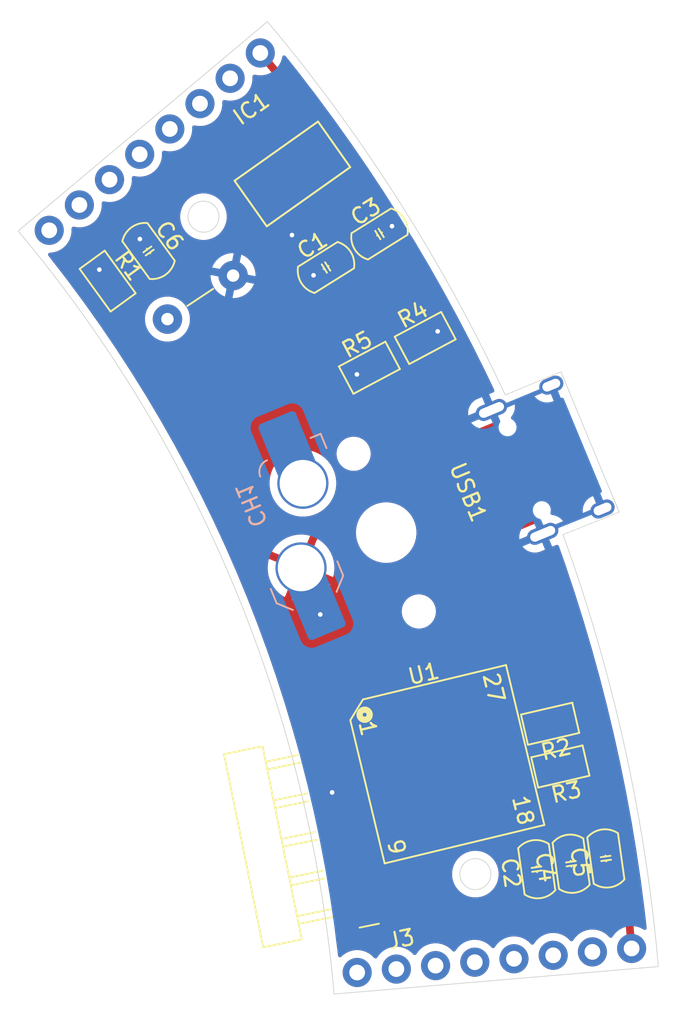
<source format=kicad_pcb>
(kicad_pcb (version 20241229) (generator "pcbnew") (generator_version "9.0")
  (layers (0 "F.Cu" signal) (2 "B.Cu" signal) (13 "F.Paste" user) (15 "B.Paste" user) (5 "F.SilkS" user "F.Silkscreen") (7 "B.SilkS" user "B.Silkscreen") (1 "F.Mask" user) (3 "B.Mask" user) (25 "Edge.Cuts" user))
  (net 0 "")
  (net 1 "/BTN2")
  (net 2 "/BTN8")
  (net 3 "/BTN6")
  (net 4 "/BTN5")
  (net 5 "/BTN3")
  (net 6 "+3.3V")
  (net 7 "/BTN7")
  (net 8 "/BTN4")
  (net 9 "/BTN1")
  (net 10 "GND")
  (net 12 "5V")
  (net 13 "/RST")
  (net 14 "/SWCLK")
  (net 15 "/SWDIO")
  (net 16 "Net-(JMP_BTN1-A)")
  (net 17 "Net-(U1-PB8-BOOT0)")
  (net 19 "Net-(U1-PA12)")
  (net 20 "Net-(U1-PA11)")
  (net 21 "Net-(USB1-CC2)")
  (net 22 "Net-(USB1-CC1)")
  (net 36 "/D+")
  (net 37 "/D-")
  (footprint "PCM_SparkFun-Jumper:Jumper_2_NO_NoSilk" (layer "F.Cu") (at 240.846615 47.580293 30)
    (property "Reference" "JMP_BTN2")
    (property "Value" "~")
    (pad "1" smd rect (at -0.4064 0 30) (size 0.635 1.27) (layers "F.Cu" "F.Mask") (net 1 "/BTN2"))
    (pad "2" smd rect (at 0.4064 0 30) (size 0.635 1.27) (layers "F.Cu" "F.Mask") (net 16 "Net-(JMP_BTN1-A)"))
  )
  (footprint "PCM_Capacitor_SMD_Handsoldering_AKL:C_0805_2012Metric" (layer "F.Cu") (at 226.186429 44.376032 -54)
    (property "Reference" "C6" (at 0 -1.68 126) (layer "F.SilkS"))
    (property "Value" "100uF" (hide yes))
    (fp_line (start -1.5 1) (end 1.5 1) (stroke (width 0.12)) (layer "F.SilkS"))
    (fp_line (start 0.127 0.3175) (end 0.127 -0.317501) (stroke (width 0.12)) (layer "F.SilkS"))
    (fp_line (start -0.127 0) (end -0.1905 0) (stroke (width 0.12)) (layer "F.SilkS"))
    (fp_line (start 0.127 0) (end 0.1905 0) (stroke (width 0.12)) (layer "F.SilkS"))
    (fp_line (start -0.127 -0.3175) (end -0.127 0.317501) (stroke (width 0.12)) (layer "F.SilkS"))
    (fp_line (start 1.5 -1) (end -1.5 -1) (stroke (width 0.12)) (layer "F.SilkS"))
    (fp_arc (start -1.5 1) (mid -1.880894 0) (end -1.5 -1) (stroke (width 0.12)) (layer "F.SilkS"))
    (fp_arc (start 1.5 -1) (mid 1.880894 0) (end 1.5 1) (stroke (width 0.12)) (layer "F.SilkS"))
    (pad "1" smd roundrect (at -0.95 0 306) (size 1 1.45) (layers "F.Cu" "F.Mask" "F.Paste") (net 10 "GND"))
    (pad "2" smd roundrect (at 0.95 0 306) (size 1 1.45) (layers "F.Cu" "F.Mask" "F.Paste") (net 13 "/RST"))
  )
  (footprint "PCM_Resistor_SMD_AKL:R_0805_2012Metric" (layer "F.Cu") (at 223.546269 46.315123 -54)
    (property "Reference" "R1" (at 0 -1.7 126) (layer "F.SilkS"))
    (property "Value" "10k" (hide yes))
    (fp_line (start -1.7 1) (end 1.7 1) (stroke (width 0.12)) (layer "F.SilkS"))
    (fp_line (start -1.7 -1) (end -1.7 1) (stroke (width 0.12)) (layer "F.SilkS"))
    (fp_line (start 1.7 1) (end 1.7 -1) (stroke (width 0.12)) (layer "F.SilkS"))
    (fp_line (start 1.7 -1) (end -1.7 -1) (stroke (width 0.12)) (layer "F.SilkS"))
    (pad "1" smd roundrect (at -0.9125 0 306) (size 1.025 1.4) (layers "F.Cu" "F.Mask" "F.Paste") (roundrect_rratio 0.243902) (net 10 "GND"))
    (pad "2" smd roundrect (at 0.9125 0 306) (size 1.025 1.4) (layers "F.Cu" "F.Mask" "F.Paste") (roundrect_rratio 0.243902) (net 17 "Net-(U1-PB8-BOOT0)"))
  )
  (footprint "PCM_Resistor_SMD_AKL:R_0805_2012Metric" (layer "F.Cu") (at 252.764902 77.596648 -167)
    (property "Reference" "R3" (at 0 -1.7 13) (layer "F.SilkS"))
    (property "Value" "22" (hide yes))
    (fp_line (start 1.7 1) (end 1.7 -1) (stroke (width 0.12)) (layer "F.SilkS"))
    (fp_line (start 1.7 -1) (end -1.7 -1) (stroke (width 0.12)) (layer "F.SilkS"))
    (fp_line (start -1.7 1) (end 1.7 1) (stroke (width 0.12)) (layer "F.SilkS"))
    (fp_line (start -1.7 -1) (end -1.7 1) (stroke (width 0.12)) (layer "F.SilkS"))
    (pad "1" smd roundrect (at -0.9125 0 193) (size 1.025 1.4) (layers "F.Cu" "F.Mask" "F.Paste") (roundrect_rratio 0.243902) (net 37 "/D-"))
    (pad "2" smd roundrect (at 0.9125 0 193) (size 1.025 1.4) (layers "F.Cu" "F.Mask" "F.Paste") (roundrect_rratio 0.243902) (net 20 "Net-(U1-PA11)"))
  )
  (footprint "PCM_Capacitor_SMD_Handsoldering_AKL:C_0805_2012Metric" (layer "F.Cu") (at 241.092011 43.280011 32)
    (property "Reference" "C3" (at 0 -1.68 32) (layer "F.SilkS"))
    (property "Value" "1uF" (hide yes))
    (fp_line (start -1.5 1) (end 1.5 1) (stroke (width 0.12)) (layer "F.SilkS"))
    (fp_line (start -0.126999 -0.3175) (end -0.127 0.3175) (stroke (width 0.12)) (layer "F.SilkS"))
    (fp_line (start -0.127 0) (end -0.1905 0) (stroke (width 0.12)) (layer "F.SilkS"))
    (fp_line (start 0.127 0) (end 0.1905 0) (stroke (width 0.12)) (layer "F.SilkS"))
    (fp_line (start 0.126999 0.3175) (end 0.127 -0.3175) (stroke (width 0.12)) (layer "F.SilkS"))
    (fp_line (start 1.5 -1) (end -1.5 -1) (stroke (width 0.12)) (layer "F.SilkS"))
    (fp_arc (start -1.5 1) (mid -1.880894 0) (end -1.5 -1) (stroke (width 0.12)) (layer "F.SilkS"))
    (fp_arc (start 1.5 -1) (mid 1.880894 0) (end 1.5 1) (stroke (width 0.12)) (layer "F.SilkS"))
    (pad "1" smd roundrect (at -0.95 0 32) (size 1 1.45) (layers "F.Cu" "F.Mask" "F.Paste") (net 12 "5V"))
    (pad "2" smd roundrect (at 0.95 0 32) (size 1 1.45) (layers "F.Cu" "F.Mask" "F.Paste") (net 10 "GND"))
  )
  (footprint "extern:HRO-TYPE-C-31-M-12-HandSoldering" (layer "F.Cu") (at 256.234369 56.015814 112.5)
    (property "Reference" "USB1" (at -0.000001 -10.2 112.5) (layer "F.SilkS"))
    (property "Value" "HRO-TYPE-C-31-M-12")
    (pad "" np_thru_hole circle (at -2.89 -6.25 112.5) (size 0.65 0.65) (drill 0.65) (layers "*.Cu" "*.Mask"))
    (pad "" np_thru_hole circle (at 2.89 -6.25 112.5) (size 0.65 0.65) (drill 0.65) (layers "*.Cu" "*.Mask"))
    (pad "1" smd rect (at -3.225 -8.195 112.5) (size 0.6 2.45) (layers "F.Cu" "F.Mask" "F.Paste") (net 10 "GND"))
    (pad "2" smd rect (at -2.450001 -8.195 112.5) (size 0.6 2.45) (layers "F.Cu" "F.Mask" "F.Paste") (net 12 "5V"))
    (pad "3" smd rect (at -1.75 -8.195 112.5) (size 0.3 2.45) (layers "F.Cu" "F.Mask" "F.Paste"))
    (pad "4" smd rect (at -1.250001 -8.195 112.5) (size 0.3 2.45) (layers "F.Cu" "F.Mask" "F.Paste") (net 22 "Net-(USB1-CC1)"))
    (pad "5" smd rect (at -0.75 -8.195 112.5) (size 0.3 2.45) (layers "F.Cu" "F.Mask" "F.Paste") (net 37 "/D-"))
    (pad "6" smd rect (at -0.25 -8.194999 112.5) (size 0.3 2.45) (layers "F.Cu" "F.Mask" "F.Paste") (net 36 "/D+"))
    (pad "7" smd rect (at 0.250001 -8.195 112.5) (size 0.3 2.45) (layers "F.Cu" "F.Mask" "F.Paste") (net 37 "/D-"))
    (pad "8" smd rect (at 0.75 -8.195 112.5) (size 0.3 2.45) (layers "F.Cu" "F.Mask" "F.Paste") (net 36 "/D+"))
    (pad "9" smd rect (at 1.25 -8.195001 112.5) (size 0.3 2.45) (layers "F.Cu" "F.Mask" "F.Paste"))
    (pad "10" smd rect (at 1.750001 -8.195 112.5) (size 0.3 2.45) (layers "F.Cu" "F.Mask" "F.Paste") (net 21 "Net-(USB1-CC2)"))
    (pad "11" smd rect (at 2.450001 -8.195 112.5) (size 0.6 2.45) (layers "F.Cu" "F.Mask" "F.Paste") (net 12 "5V"))
    (pad "12" smd rect (at 3.224999 -8.195 112.5) (size 0.6 2.45) (layers "F.Cu" "F.Mask" "F.Paste") (net 10 "GND"))
    (pad "13" thru_hole oval (at -4.320001 -2.6 112.5) (size 1 1.6) (drill oval 0.6 1.2) (layers "*.Cu" "B.Mask") (net 10 "GND"))
    (pad "13" thru_hole oval (at -4.32 -6.78 112.5) (size 1 2.1) (drill oval 0.6 1.7) (layers "*.Cu" "B.Mask") (net 10 "GND"))
    (pad "13" thru_hole oval (at 4.32 -6.78 112.5) (size 1 2.1) (drill oval 0.6 1.7) (layers "*.Cu" "B.Mask") (net 10 "GND"))
    (pad "13" thru_hole oval (at 4.32 -2.6 112.5) (size 1 1.6) (drill oval 0.6 1.2) (layers "*.Cu" "B.Mask") (net 10 "GND"))
  )
  (footprint "PCM_Capacitor_SMD_Handsoldering_AKL:C_0805_2012Metric" (layer "F.Cu") (at 253.460031 83.863026 98)
    (property "Reference" "C4" (at 0 -1.68 98) (layer "F.SilkS"))
    (property "Value" "100uF" (hide yes))
    (fp_line (start 1.5 -1) (end -1.5 -1) (stroke (width 0.12)) (layer "F.SilkS"))
    (fp_line (start -0.127001 -0.3175) (end -0.127 0.3175) (stroke (width 0.12)) (layer "F.SilkS"))
    (fp_line (start 0.127 0) (end 0.1905 0) (stroke (width 0.12)) (layer "F.SilkS"))
    (fp_line (start -0.127 0) (end -0.1905 0) (stroke (width 0.12)) (layer "F.SilkS"))
    (fp_line (start 0.127001 0.3175) (end 0.127 -0.3175) (stroke (width 0.12)) (layer "F.SilkS"))
    (fp_line (start -1.5 1) (end 1.5 1) (stroke (width 0.12)) (layer "F.SilkS"))
    (fp_arc (start 1.5 -1) (mid 1.880894 0) (end 1.5 1) (stroke (width 0.12)) (layer "F.SilkS"))
    (fp_arc (start -1.5 1) (mid -1.880894 0) (end -1.5 -1) (stroke (width 0.12)) (layer "F.SilkS"))
    (pad "1" smd roundrect (at -0.95 0 98) (size 1 1.45) (layers "F.Cu" "F.Mask" "F.Paste") (net 10 "GND"))
    (pad "2" smd roundrect (at 0.95 0 98) (size 1 1.45) (layers "F.Cu" "F.Mask" "F.Paste") (net 6 "+3.3V"))
  )
  (footprint "PCM_SparkFun-Jumper:Jumper_2_NO_NoSilk" (layer "F.Cu") (at 235.30876 50.761786 30)
    (property "Reference" "JMP_BTN5")
    (property "Value" "~")
    (pad "1" smd rect (at -0.4064 0 30) (size 0.635 1.27) (layers "F.Cu" "F.Mask") (net 4 "/BTN5"))
    (pad "2" smd rect (at 0.4064 0 30) (size 0.635 1.27) (layers "F.Cu" "F.Mask") (net 16 "Net-(JMP_BTN1-A)"))
  )
  (footprint "PCM_Package_QFP_AKL:LQFP-36_7x7mm_P0.65mm" (layer "F.Cu") (at 245.339903 77.450515 13.5)
    (property "Reference" "U1" (at 0 -5.993 13.5) (layer "F.SilkS"))
    (property "Value" "~" (hide yes))
    (fp_line (start -5.3 -4.191) (end -4.191 -5.3) (stroke (width 0.12)) (layer "F.SilkS"))
    (fp_line (start -4.191 -5.3) (end 5.3 -5.3) (stroke (width 0.12)) (layer "F.SilkS"))
    (fp_line (start -5.3 5.3) (end -5.3 -4.191) (stroke (width 0.12)) (layer "F.SilkS"))
    (fp_line (start 5.3 -5.3) (end 5.3 5.3) (stroke (width 0.12)) (layer "F.SilkS"))
    (fp_line (start 5.3 5.3) (end -5.3 5.3) (stroke (width 0.12)) (layer "F.SilkS"))
    (fp_circle (center -4.318 -4.318) (end -4.191 -4.318) (stroke (width 0.4)) (fill no) (layer "F.SilkS"))
    (fp_text user "1" (at -4.318 -3.429 283.5) (layer "F.SilkS"))
    (fp_text user "18" (at 4.191 4.064 283.5) (layer "F.SilkS"))
    (fp_text user "27" (at 4.191 -4.064 283.5) (layer "F.SilkS"))
    (fp_text user "9" (at -4.318 4.445 283.5) (layer "F.SilkS"))
    (pad "1" smd roundrect (at -4.2125 -2.6 13.5) (size 1.475 0.4) (layers "F.Cu" "F.Mask" "F.Paste") (net 6 "+3.3V"))
    (pad "2" smd roundrect (at -4.2125 -1.95 13.5) (size 1.475 0.4) (layers "F.Cu" "F.Mask" "F.Paste"))
    (pad "3" smd roundrect (at -4.2125 -1.3 13.5) (size 1.475 0.4) (layers "F.Cu" "F.Mask" "F.Paste"))
    (pad "4" smd roundrect (at -4.2125 -0.65 13.5) (size 1.475 0.4) (layers "F.Cu" "F.Mask" "F.Paste") (net 13 "/RST"))
    (pad "5" smd roundrect (at -4.2125 0 13.5) (size 1.475 0.4) (layers "F.Cu" "F.Mask" "F.Paste") (net 6 "+3.3V"))
    (pad "6" smd roundrect (at -4.2125 0.65 13.5) (size 1.475 0.4) (layers "F.Cu" "F.Mask" "F.Paste") (net 9 "/BTN1"))
    (pad "7" smd roundrect (at -4.2125 1.3 13.5) (size 1.475 0.4) (layers "F.Cu" "F.Mask" "F.Paste") (net 1 "/BTN2"))
    (pad "8" smd roundrect (at -4.2125 1.95 13.5) (size 1.475 0.4) (layers "F.Cu" "F.Mask" "F.Paste") (net 5 "/BTN3"))
    (pad "9" smd roundrect (at -4.2125 2.6 13.5) (size 1.475 0.4) (layers "F.Cu" "F.Mask" "F.Paste") (net 8 "/BTN4"))
    (pad "10" smd roundrect (at -2.6 4.2125 13.5) (size 0.4 1.475) (layers "F.Cu" "F.Mask" "F.Paste") (net 4 "/BTN5"))
    (pad "11" smd roundrect (at -1.95 4.2125 13.5) (size 0.4 1.475) (layers "F.Cu" "F.Mask" "F.Paste") (net 3 "/BTN6"))
    (pad "12" smd roundrect (at -1.3 4.2125 13.5) (size 0.4 1.475) (layers "F.Cu" "F.Mask" "F.Paste") (net 7 "/BTN7"))
    (pad "13" smd roundrect (at -0.65 4.2125 13.5) (size 0.4 1.475) (layers "F.Cu" "F.Mask" "F.Paste") (net 2 "/BTN8"))
    (pad "14" smd roundrect (at 0 4.2125 13.5) (size 0.4 1.475) (layers "F.Cu" "F.Mask" "F.Paste"))
    (pad "15" smd roundrect (at 0.65 4.2125 13.5) (size 0.4 1.475) (layers "F.Cu" "F.Mask" "F.Paste"))
    (pad "16" smd roundrect (at 1.3 4.2125 13.5) (size 0.4 1.475) (layers "F.Cu" "F.Mask" "F.Paste") (net 10 "GND"))
    (pad "17" smd roundrect (at 1.95 4.2125 13.5) (size 0.4 1.475) (layers "F.Cu" "F.Mask" "F.Paste") (net 6 "+3.3V"))
    (pad "18" smd roundrect (at 2.6 4.2125 13.5) (size 0.4 1.475) (layers "F.Cu" "F.Mask" "F.Paste"))
    (pad "19" smd roundrect (at 4.2125 2.6 13.5) (size 1.475 0.4) (layers "F.Cu" "F.Mask" "F.Paste"))
    (pad "20" smd roundrect (at 4.2125 1.95 13.5) (size 1.475 0.4) (layers "F.Cu" "F.Mask" "F.Paste"))
    (pad "21" smd roundrect (at 4.2125 1.3 13.5) (size 1.475 0.4) (layers "F.Cu" "F.Mask" "F.Paste") (net 20 "Net-(U1-PA11)"))
    (pad "22" smd roundrect (at 4.2125 0.65 13.5) (size 1.475 0.4) (layers "F.Cu" "F.Mask" "F.Paste") (net 19 "Net-(U1-PA12)"))
    (pad "23" smd roundrect (at 4.2125 0 13.5) (size 1.475 0.4) (layers "F.Cu" "F.Mask" "F.Paste") (net 15 "/SWDIO"))
    (pad "24" smd roundrect (at 4.2125 -0.65 13.5) (size 1.475 0.4) (layers "F.Cu" "F.Mask" "F.Paste") (net 14 "/SWCLK"))
    (pad "25" smd roundrect (at 4.2125 -1.3 13.5) (size 1.475 0.4) (layers "F.Cu" "F.Mask" "F.Paste"))
    (pad "26" smd roundrect (at 4.2125 -1.95 13.5) (size 1.475 0.4) (layers "F.Cu" "F.Mask" "F.Paste"))
    (pad "27" smd roundrect (at 4.2125 -2.6 13.5) (size 1.475 0.4) (layers "F.Cu" "F.Mask" "F.Paste"))
    (pad "28" smd roundrect (at 2.6 -4.2125 13.5) (size 0.4 1.475) (layers "F.Cu" "F.Mask" "F.Paste"))
    (pad "29" smd roundrect (at 1.95 -4.2125 13.5) (size 0.4 1.475) (layers "F.Cu" "F.Mask" "F.Paste"))
    (pad "30" smd roundrect (at 1.3 -4.2125 13.5) (size 0.4 1.475) (layers "F.Cu" "F.Mask" "F.Paste"))
    (pad "31" smd roundrect (at 0.65 -4.2125 13.5) (size 0.4 1.475) (layers "F.Cu" "F.Mask" "F.Paste") (net 17 "Net-(U1-PB8-BOOT0)"))
    (pad "32" smd roundrect (at 0 -4.2125 13.5) (size 0.4 1.475) (layers "F.Cu" "F.Mask" "F.Paste") (net 10 "GND"))
    (pad "33" smd roundrect (at -0.65 -4.2125 13.5) (size 0.4 1.475) (layers "F.Cu" "F.Mask" "F.Paste"))
    (pad "34" smd roundrect (at -1.3 -4.2125 13.5) (size 0.4 1.475) (layers "F.Cu" "F.Mask" "F.Paste"))
    (pad "35" smd roundrect (at -1.95 -4.2125 13.5) (size 0.4 1.475) (layers "F.Cu" "F.Mask" "F.Paste"))
    (pad "36" smd roundrect (at -2.6 -4.2125 13.5) (size 0.4 1.475) (layers "F.Cu" "F.Mask" "F.Paste"))
  )
  (footprint "PCM_Capacitor_SMD_Handsoldering_AKL:C_0805_2012Metric" (layer "F.Cu") (at 251.237793 84.214951 98)
    (property "Reference" "C2" (at 0 -1.68 98) (layer "F.SilkS"))
    (property "Value" "100uF" (hide yes))
    (fp_line (start 1.5 -1) (end -1.5 -1) (stroke (width 0.12)) (layer "F.SilkS"))
    (fp_line (start -0.127001 -0.3175) (end -0.127 0.3175) (stroke (width 0.12)) (layer "F.SilkS"))
    (fp_line (start 0.127 0) (end 0.1905 0) (stroke (width 0.12)) (layer "F.SilkS"))
    (fp_line (start -0.127 0) (end -0.1905 0) (stroke (width 0.12)) (layer "F.SilkS"))
    (fp_line (start 0.127001 0.3175) (end 0.127 -0.3175) (stroke (width 0.12)) (layer "F.SilkS"))
    (fp_line (start -1.5 1) (end 1.5 1) (stroke (width 0.12)) (layer "F.SilkS"))
    (fp_arc (start 1.5 -1) (mid 1.880894 0) (end 1.5 1) (stroke (width 0.12)) (layer "F.SilkS"))
    (fp_arc (start -1.5 1) (mid -1.880894 0) (end -1.5 -1) (stroke (width 0.12)) (layer "F.SilkS"))
    (pad "1" smd roundrect (at -0.95 0 98) (size 1 1.45) (layers "F.Cu" "F.Mask" "F.Paste") (net 10 "GND"))
    (pad "2" smd roundrect (at 0.95 0 98) (size 1 1.45) (layers "F.Cu" "F.Mask" "F.Paste") (net 6 "+3.3V"))
  )
  (footprint "PCM_SL_Jumpers:JUP_P5.08mm" (layer "F.Cu") (at 229.524921 47.362592 33.5)
    (property "Reference" "JP1" (hide yes))
    (property "Value" "JUP_P5.08mm")
    (fp_line (start -1 0) (end 1 0) (stroke (width 0.12)) (layer "F.SilkS"))
    (pad "1" thru_hole circle (at -2.54 0 33.5) (size 1.9 1.9) (drill 0.8) (layers "*.Cu" "*.Mask") (net 13 "/RST"))
    (pad "2" thru_hole circle (at 2.54 0 33.5) (size 1.9 1.9) (drill 0.8) (layers "*.Cu" "*.Mask") (net 10 "GND"))
  )
  (footprint "PCM_4ms_Package_SOT:SOT223" (layer "F.Cu") (at 235.47 39.41 35.3)
    (property "Reference" "IC1" (at -1.05 -4.38 35.3) (layer "F.SilkS") (effects (justify left bottom)))
    (property "Value" "LD1117-3.3V-SOT223" (hide yes))
    (fp_line (start -3.3 -1.800001) (end -3.3 1.8) (stroke (width 0.127)) (layer "F.SilkS"))
    (fp_line (start -3.3 1.8) (end 3.3 1.800001) (stroke (width 0.127)) (layer "F.SilkS"))
    (fp_line (start 3.3 -1.8) (end -3.3 -1.800001) (stroke (width 0.127)) (layer "F.SilkS"))
    (fp_line (start 3.3 1.800001) (end 3.3 -1.8) (stroke (width 0.127)) (layer "F.SilkS"))
    (pad "1" smd rect (at -2.3 3.2 35.3) (size 1.2 1.5) (layers "F.Cu" "F.Mask" "F.Paste") (net 10 "GND"))
    (pad "2" smd rect (at 0 3.2 35.3) (size 1.2 1.5) (layers "F.Cu" "F.Mask" "F.Paste") (net 6 "+3.3V"))
    (pad "2B" smd rect (at 0 -3.2 35.3) (size 3.3 1.5) (layers "F.Cu" "F.Mask" "F.Paste"))
    (pad "3" smd rect (at 2.2 3.2 35.3) (size 1.2 1.5) (layers "F.Cu" "F.Mask" "F.Paste") (net 12 "5V"))
  )
  (footprint "PCM_SparkFun-Connector:1x08_P2.54mm" (layer "F.Cu") (at 233.397179 31.614381 -140)
    (property "Reference" "J1")
    (property "Value" "Input")
    (pad "1" thru_hole circle (at 0 0 310) (size 1.8796 1.8796) (drill 1.016) (layers "*.Cu" "*.Mask") (net 6 "+3.3V"))
    (pad "2" thru_hole circle (at 2.54 0 310) (size 1.8796 1.8796) (drill 1.016) (layers "*.Cu" "*.Mask") (net 1 "/BTN2"))
    (pad "3" thru_hole circle (at 5.08 0 310) (size 1.8796 1.8796) (drill 1.016) (layers "*.Cu" "*.Mask") (net 5 "/BTN3"))
    (pad "4" thru_hole circle (at 7.620001 0 310) (size 1.8796 1.8796) (drill 1.016) (layers "*.Cu" "*.Mask") (net 8 "/BTN4"))
    (pad "5" thru_hole circle (at 10.16 0 310) (size 1.8796 1.8796) (drill 1.016) (layers "*.Cu" "*.Mask") (net 4 "/BTN5"))
    (pad "6" thru_hole circle (at 12.7 -0.000001 310) (size 1.8796 1.8796) (drill 1.016) (layers "*.Cu" "*.Mask") (net 3 "/BTN6"))
    (pad "7" thru_hole circle (at 15.24 0 310) (size 1.8796 1.8796) (drill 1.016) (layers "*.Cu" "*.Mask") (net 7 "/BTN7"))
    (pad "8" thru_hole circle (at 17.78 0 310) (size 1.8796 1.8796) (drill 1.016) (layers "*.Cu" "*.Mask") (net 2 "/BTN8"))
  )
  (footprint "PCM_Resistor_SMD_AKL:R_0805_2012Metric" (layer "F.Cu") (at 240.44 51.9 28)
    (property "Reference" "R5" (at 0 -1.7 28) (layer "F.SilkS"))
    (property "Value" "5.1k" (hide yes))
    (fp_line (start -1.7 -1) (end -1.7 1) (stroke (width 0.12)) (layer "F.SilkS"))
    (fp_line (start -1.7 1) (end 1.7 1) (stroke (width 0.12)) (layer "F.SilkS"))
    (fp_line (start 1.7 -1) (end -1.7 -1) (stroke (width 0.12)) (layer "F.SilkS"))
    (fp_line (start 1.7 1) (end 1.7 -1) (stroke (width 0.12)) (layer "F.SilkS"))
    (pad "1" smd roundrect (at -0.9125 0 28) (size 1.025 1.4) (layers "F.Cu" "F.Mask" "F.Paste") (roundrect_rratio 0.243902) (net 10 "GND"))
    (pad "2" smd roundrect (at 0.9125 0 28) (size 1.025 1.4) (layers "F.Cu" "F.Mask" "F.Paste") (roundrect_rratio 0.243902) (net 22 "Net-(USB1-CC1)"))
  )
  (footprint "PCM_Resistor_SMD_AKL:R_0805_2012Metric" (layer "F.Cu") (at 252.102431 74.840852 -167)
    (property "Reference" "R2" (at 0 -1.7 13) (layer "F.SilkS"))
    (property "Value" "22" (hide yes))
    (fp_line (start 1.7 1) (end 1.7 -1) (stroke (width 0.12)) (layer "F.SilkS"))
    (fp_line (start 1.7 -1) (end -1.7 -1) (stroke (width 0.12)) (layer "F.SilkS"))
    (fp_line (start -1.7 1) (end 1.7 1) (stroke (width 0.12)) (layer "F.SilkS"))
    (fp_line (start -1.7 -1) (end -1.7 1) (stroke (width 0.12)) (layer "F.SilkS"))
    (pad "1" smd roundrect (at -0.9125 0 193) (size 1.025 1.4) (layers "F.Cu" "F.Mask" "F.Paste") (roundrect_rratio 0.243902) (net 36 "/D+"))
    (pad "2" smd roundrect (at 0.9125 0 193) (size 1.025 1.4) (layers "F.Cu" "F.Mask" "F.Paste") (roundrect_rratio 0.243902) (net 19 "Net-(U1-PA12)"))
  )
  (footprint "PCM_SparkFun-Jumper:Jumper_2_NO_NoSilk" (layer "F.Cu") (at 239.027506 48.613278 30)
    (property "Reference" "JMP_BTN3")
    (property "Value" "~")
    (pad "1" smd rect (at -0.4064 0 30) (size 0.635 1.27) (layers "F.Cu" "F.Mask") (net 5 "/BTN3"))
    (pad "2" smd rect (at 0.4064 0 30) (size 0.635 1.27) (layers "F.Cu" "F.Mask") (net 16 "Net-(JMP_BTN1-A)"))
  )
  (footprint "PCM_Resistor_SMD_AKL:R_0805_2012Metric" (layer "F.Cu") (at 244.039788 49.982841 28)
    (property "Reference" "R4" (at 0 -1.7 28) (layer "F.SilkS"))
    (property "Value" "5.1k" (hide yes))
    (fp_line (start -1.7 -1) (end -1.7 1) (stroke (width 0.12)) (layer "F.SilkS"))
    (fp_line (start -1.7 1) (end 1.7 1) (stroke (width 0.12)) (layer "F.SilkS"))
    (fp_line (start 1.7 -1) (end -1.7 -1) (stroke (width 0.12)) (layer "F.SilkS"))
    (fp_line (start 1.7 1) (end 1.7 -1) (stroke (width 0.12)) (layer "F.SilkS"))
    (pad "1" smd roundrect (at -0.9125 0 28) (size 1.025 1.4) (layers "F.Cu" "F.Mask" "F.Paste") (roundrect_rratio 0.243902) (net 21 "Net-(USB1-CC2)"))
    (pad "2" smd roundrect (at 0.9125 0 28) (size 1.025 1.4) (layers "F.Cu" "F.Mask" "F.Paste") (roundrect_rratio 0.243902) (net 10 "GND"))
  )
  (footprint "PCM_fab:PinHeader_01x05_P2.54mm_Horizontal_SMD" (layer "F.Cu") (at 239.555 86.735 -168.5)
    (property "Reference" "J3" (at -1.524 -2.54 11.5) (layer "F.SilkS") (effects (justify left)))
    (property "Value" "PinHeader_01x05_P2.54mm_Horizontal_SMD")
    (fp_line (start 6.35 11.43) (end 3.81 11.430001) (stroke (width 0.12)) (layer "F.SilkS"))
    (fp_line (start 3.81 11.430001) (end 3.81 -1.270001) (stroke (width 0.12)) (layer "F.SilkS"))
    (fp_line (start 6.349999 -1.27) (end 6.35 11.43) (stroke (width 0.12)) (layer "F.SilkS"))
    (fp_line (start 3.81 10.414) (end 1.600001 10.414) (stroke (width 0.12)) (layer "F.SilkS"))
    (fp_line (start 3.81 9.906) (end 1.6 9.906001) (stroke (width 0.12)) (layer "F.SilkS"))
    (fp_line (start 3.81 7.874001) (end 1.599999 7.873999) (stroke (width 0.12)) (layer "F.SilkS"))
    (fp_line (start 3.810001 7.366) (end 1.6 7.365999) (stroke (width 0.12)) (layer "F.SilkS"))
    (fp_line (start 3.81 5.334001) (end 1.6 5.334) (stroke (width 0.12)) (layer "F.SilkS"))
    (fp_line (start 3.81 4.826) (end 1.6 4.826) (stroke (width 0.12)) (layer "F.SilkS"))
    (fp_line (start 3.81 2.794) (end 1.599999 2.794) (stroke (width 0.12)) (layer "F.SilkS"))
    (fp_line (start 3.810001 2.286) (end 1.6 2.286) (stroke (width 0.12)) (layer "F.SilkS"))
    (fp_line (start 3.809999 0.254) (end 1.6 0.254) (stroke (width 0.12)) (layer "F.SilkS"))
    (fp_line (start 3.809999 -0.253999) (end 1.600001 -0.254) (stroke (width 0.12)) (layer "F.SilkS"))
    (fp_line (start 3.81 -1.270001) (end 6.349999 -1.27) (stroke (width 0.12)) (layer "F.SilkS"))
    (fp_line (start -1.269999 -1.270001) (end 0 -1.270001) (stroke (width 0.12)) (layer "F.SilkS"))
    (pad "1" smd rect (at 0 0 191.5) (size 2.5 1.7) (layers "F.Cu" "F.Mask" "F.Paste") (net 13 "/RST"))
    (pad "2" smd rect (at 0 2.54 191.5) (size 2.5 1.7) (layers "F.Cu" "F.Mask" "F.Paste") (net 15 "/SWDIO"))
    (pad "3" smd rect (at 0 5.08 191.5) (size 2.5 1.7) (layers "F.Cu" "F.Mask" "F.Paste") (net 14 "/SWCLK"))
    (pad "4" smd rect (at 0 7.62 191.5) (size 2.5 1.7) (layers "F.Cu" "F.Mask" "F.Paste") (net 10 "GND"))
    (pad "5" smd rect (at -0.000001 10.159999 191.5) (size 2.5 1.7) (layers "F.Cu" "F.Mask" "F.Paste") (net 6 "+3.3V"))
  )
  (footprint "PCM_SparkFun-Jumper:Jumper_2_NO_NoSilk" (layer "F.Cu") (at 233.424671 51.84889 30)
    (property "Reference" "JMP_BTN6")
    (property "Value" "~")
    (pad "1" smd rect (at -0.4064 0 30) (size 0.635 1.27) (layers "F.Cu" "F.Mask") (net 3 "/BTN6"))
    (pad "2" smd rect (at 0.4064 0 30) (size 0.635 1.27) (layers "F.Cu" "F.Mask") (net 16 "Net-(JMP_BTN1-A)"))
  )
  (footprint "PCM_SparkFun-Jumper:Jumper_2_NO_NoSilk" (layer "F.Cu") (at 229.591502 54.060596 30)
    (property "Reference" "JMP_BTN8")
    (property "Value" "~")
    (pad "1" smd rect (at -0.4064 0 30) (size 0.635 1.27) (layers "F.Cu" "F.Mask") (net 2 "/BTN8"))
    (pad "2" smd rect (at 0.4064 0 30) (size 0.635 1.27) (layers "F.Cu" "F.Mask") (net 16 "Net-(JMP_BTN1-A)"))
  )
  (footprint "PCM_Capacitor_SMD_Handsoldering_AKL:C_0805_2012Metric" (layer "F.Cu") (at 237.640268 45.43862 32)
    (property "Reference" "C1" (at 0 -1.68 32) (layer "F.SilkS"))
    (property "Value" "10uF" (hide yes))
    (fp_line (start -1.5 1) (end 1.5 1) (stroke (width 0.12)) (layer "F.SilkS"))
    (fp_line (start -0.126999 -0.3175) (end -0.127 0.3175) (stroke (width 0.12)) (layer "F.SilkS"))
    (fp_line (start -0.127 0) (end -0.1905 0) (stroke (width 0.12)) (layer "F.SilkS"))
    (fp_line (start 0.127 0) (end 0.1905 0) (stroke (width 0.12)) (layer "F.SilkS"))
    (fp_line (start 0.126999 0.3175) (end 0.127 -0.3175) (stroke (width 0.12)) (layer "F.SilkS"))
    (fp_line (start 1.5 -1) (end -1.5 -1) (stroke (width 0.12)) (layer "F.SilkS"))
    (fp_arc (start -1.5 1) (mid -1.880894 0) (end -1.5 -1) (stroke (width 0.12)) (layer "F.SilkS"))
    (fp_arc (start 1.5 -1) (mid 1.880894 0) (end 1.5 1) (stroke (width 0.12)) (layer "F.SilkS"))
    (pad "1" smd roundrect (at -0.95 0 32) (size 1 1.45) (layers "F.Cu" "F.Mask" "F.Paste") (net 10 "GND"))
    (pad "2" smd roundrect (at 0.95 0 32) (size 1 1.45) (layers "F.Cu" "F.Mask" "F.Paste") (net 6 "+3.3V"))
  )
  (footprint "PCM_SparkFun-Jumper:Jumper_2_NO_NoSilk" (layer "F.Cu") (at 237.154853 49.702171 30)
    (property "Reference" "JMP_BTN4")
    (property "Value" "~")
    (pad "1" smd rect (at -0.4064 0 30) (size 0.635 1.27) (layers "F.Cu" "F.Mask") (net 8 "/BTN4"))
    (pad "2" smd rect (at 0.4064 0 30) (size 0.635 1.27) (layers "F.Cu" "F.Mask") (net 16 "Net-(JMP_BTN1-A)"))
  )
  (footprint "PCM_SparkFun-Jumper:Jumper_2_NO_NoSilk" (layer "F.Cu") (at 242.690865 46.501863 -150)
    (property "Reference" "JMP_BTN1")
    (property "Value" "~")
    (pad "1" smd rect (at -0.4064 0 210) (size 0.635 1.27) (layers "F.Cu" "F.Mask") (net 16 "Net-(JMP_BTN1-A)"))
    (pad "2" smd rect (at 0.4064 0 210) (size 0.635 1.27) (layers "F.Cu" "F.Mask") (net 9 "/BTN1"))
  )
  (footprint "PCM_Capacitor_SMD_Handsoldering_AKL:C_0805_2012Metric" (layer "F.Cu") (at 255.699326 83.52208 98)
    (property "Reference" "C5" (at 0 -1.68 98) (layer "F.SilkS"))
    (property "Value" "100uF" (hide yes))
    (fp_line (start 1.5 -1) (end -1.5 -1) (stroke (width 0.12)) (layer "F.SilkS"))
    (fp_line (start -0.127001 -0.3175) (end -0.127 0.3175) (stroke (width 0.12)) (layer "F.SilkS"))
    (fp_line (start 0.127 0) (end 0.1905 0) (stroke (width 0.12)) (layer "F.SilkS"))
    (fp_line (start -0.127 0) (end -0.1905 0) (stroke (width 0.12)) (layer "F.SilkS"))
    (fp_line (start 0.127001 0.3175) (end 0.127 -0.3175) (stroke (width 0.12)) (layer "F.SilkS"))
    (fp_line (start -1.5 1) (end 1.5 1) (stroke (width 0.12)) (layer "F.SilkS"))
    (fp_arc (start 1.5 -1) (mid 1.880894 0) (end 1.5 1) (stroke (width 0.12)) (layer "F.SilkS"))
    (fp_arc (start -1.5 1) (mid -1.880894 0) (end -1.5 -1) (stroke (width 0.12)) (layer "F.SilkS"))
    (pad "1" smd roundrect (at -0.95 0 98) (size 1 1.45) (layers "F.Cu" "F.Mask" "F.Paste") (net 10 "GND"))
    (pad "2" smd roundrect (at 0.95 0 98) (size 1 1.45) (layers "F.Cu" "F.Mask" "F.Paste") (net 6 "+3.3V"))
  )
  (footprint "PCM_SparkFun-Jumper:Jumper_2_NO_NoSilk" (layer "F.Cu") (at 231.533241 52.940229 30)
    (property "Reference" "JMP_BTN7")
    (property "Value" "~")
    (pad "1" smd rect (at -0.4064 0 30) (size 0.635 1.27) (layers "F.Cu" "F.Mask") (net 7 "/BTN7"))
    (pad "2" smd rect (at 0.4064 0 30) (size 0.635 1.27) (layers "F.Cu" "F.Mask") (net 16 "Net-(JMP_BTN1-A)"))
  )
  (footprint "PCM_marbastlib-choc:SW_choc_v1_HS_CPG135001S30_1u" (layer "B.Cu") (at 241.525 62.525 112.5)
    (property "Reference" "CH1" (at 4.999999 -7.399999 112.5) (layer "B.SilkS") (effects (justify mirror)))
    (property "Value" "choc_v1_SW_HS")
    (fp_line (start -1.5 -8.275) (end -0.5 -8.275) (stroke (width 0.12)) (layer "B.SilkS"))
    (fp_line (start -2.299999 -7.475) (end -1.5 -8.275) (stroke (width 0.12)) (layer "B.SilkS"))
    (fp_line (start 7.504 -1.475) (end 7.503999 -2.175) (stroke (width 0.12)) (layer "B.SilkS"))
    (fp_line (start 7.504 -1.475) (end 6.504 -1.474999) (stroke (width 0.12)) (layer "B.SilkS"))
    (fp_line (start -1.5 -3.625) (end -2.3 -4.425) (stroke (width 0.12)) (layer "B.SilkS"))
    (fp_line (start -1.5 -3.625) (end -0.5 -3.625) (stroke (width 0.12)) (layer "B.SilkS"))
    (fp_arc (start 6.45 -6.125) (mid 7.015685 -5.890685) (end 7.25 -5.325001) (stroke (width 0.12)) (layer "B.SilkS"))
    (pad "" np_thru_hole circle (at -5.499999 -0.000001 292.5) (size 1.7 1.7) (drill 1.7) (layers "*.Cu" "*.Mask"))
    (pad "" np_thru_hole circle (at 0 0 292.5) (size 3.4 3.4) (drill 3.4) (layers "*.Cu" "*.Mask"))
    (pad "" np_thru_hole circle (at 5.499999 0.000001 292.5) (size 1.7 1.7) (drill 1.7) (layers "*.Cu" "*.Mask"))
    (pad "1" thru_hole circle (at 5 -3.75 112.5) (size 3.3 3.3) (drill 3) (property pad_prop_mechanical) (layers "*.Cu" "B.Mask") (net 16 "Net-(JMP_BTN1-A)"))
    (pad "1" smd rect (at 6.55 -3.75 112.5) (size 1.2 2.6) (layers "B.Cu") (net 16 "Net-(JMP_BTN1-A)"))
    (pad "1" smd roundrect (at 8.245 -3.75 112.5) (size 2.65 2.6) (layers "B.Cu" "B.Mask" "B.Paste") (roundrect_rratio 0.1) (net 16 "Net-(JMP_BTN1-A)"))
    (pad "2" smd roundrect (at -3.245001 -5.95 112.5) (size 2.65 2.6) (layers "B.Cu" "B.Mask" "B.Paste") (roundrect_rratio 0.1) (net 6 "+3.3V"))
    (pad "2" smd rect (at -1.55 -5.95 292.5) (size 1.2 2.6) (layers "B.Cu") (net 6 "+3.3V"))
    (pad "2" thru_hole circle (at -0.000001 -5.95 112.5) (size 3.3 3.3) (drill 3) (property pad_prop_mechanical) (layers "*.Cu" "B.Mask") (net 6 "+3.3V"))
  )
  (footprint "PCM_SparkFun-Connector:1x08_P2.54mm" (layer "B.Cu") (at 257.361512 89.323012 -175)
    (property "Reference" "J2")
    (property "Value" "Output")
    (pad "1" thru_hole circle (at 0 0 95) (size 1.8796 1.8796) (drill 1.016) (layers "*.Cu" "*.Mask") (net 6 "+3.3V"))
    (pad "2" thru_hole circle (at 2.540001 0 95) (size 1.8796 1.8796) (drill 1.016) (layers "*.Cu" "*.Mask") (net 1 "/BTN2"))
    (pad "3" thru_hole circle (at 5.08 0 95) (size 1.8796 1.8796) (drill 1.016) (layers "*.Cu" "*.Mask") (net 5 "/BTN3"))
    (pad "4" thru_hole circle (at 7.62 0 95) (size 1.8796 1.8796) (drill 1.016) (layers "*.Cu" "*.Mask") (net 8 "/BTN4"))
    (pad "5" thru_hole circle (at 10.16 0 95) (size 1.8796 1.8796) (drill 1.016) (layers "*.Cu" "*.Mask") (net 4 "/BTN5"))
    (pad "6" thru_hole circle (at 12.7 0 95) (size 1.8796 1.8796) (drill 1.016) (layers "*.Cu" "*.Mask") (net 3 "/BTN6"))
    (pad "7" thru_hole circle (at 15.240001 0 95) (size 1.8796 1.8796) (drill 1.016) (layers "*.Cu" "*.Mask") (net 7 "/BTN7"))
    (pad "8" thru_hole circle (at 17.78 0 95) (size 1.8796 1.8796) (drill 1.016) (layers "*.Cu" "*.Mask") (net 2 "/BTN8"))
  )
  (gr_arc (start 217.773256 43.087472) (mid 231.752175 66.105577) (end 238.161083 92.262206) (stroke (width 0.05)) (layer "Edge.Cuts"))
  (gr_line (start 217.773256 43.087472) (end 233.858346 29.591077) (stroke (width 0.05)) (layer "Edge.Cuts"))
  (gr_line (start 249.20638 53.656364) (end 252.803139 52.159601) (stroke (width 0.05)) (layer "Edge.Cuts"))
  (gr_arc (start 233.858346 29.591077) (mid 242.319868 41.121476) (end 249.206381 53.656364) (stroke (width 0.05)) (layer "Edge.Cuts"))
  (gr_line (start 238.161083 92.262207) (end 259.086309 90.490691) (stroke (width 0.05)) (layer "Edge.Cuts"))
  (gr_circle (center 229.731902 42.163387) (end 230.731902 42.163387) (stroke (width 0.05)) (fill no) (layer "Edge.Cuts"))
  (gr_circle (center 247.278095 84.53319) (end 248.278095 84.53319) (stroke (width 0.05)) (fill no) (layer "Edge.Cuts"))
  (gr_arc (start 252.933859 62.652034) (mid 256.919992 76.370263) (end 259.086309 90.490679) (stroke (width 0.05)) (layer "Edge.Cuts"))
  (gr_line (start 256.556614 61.20416) (end 252.933858 62.652034) (stroke (width 0.05)) (layer "Edge.Cuts"))
  (gr_line (start 252.803139 52.159601) (end 256.556614 61.20416) (stroke (width 0.05)) (layer "Edge.Cuts"))
  (via (at 237.269725 67.799956) (size 0.6) (drill 0.3) (layers "F.Cu" "B.Cu") (net 6))
  (via (at 223.009915 45.576895) (size 0.6) (drill 0.3) (layers "F.Cu" "B.Cu") (net 10))
  (via (at 225.628033 43.607466) (size 0.6) (drill 0.3) (layers "F.Cu" "B.Cu") (net 10))
  (via (at 239.63431 52.328393) (size 0.6) (drill 0.3) (layers "F.Cu" "B.Cu") (net 10))
  (via (at 236.834622 45.942043) (size 0.6) (drill 0.3) (layers "F.Cu" "B.Cu") (net 10))
  (via (at 235.442028 43.350713) (size 0.6) (drill 0.3) (layers "F.Cu" "B.Cu") (net 10))
  (via (at 241.897657 42.776588) (size 0.6) (drill 0.3) (layers "F.Cu" "B.Cu") (net 10))
  (via (at 238.035816 79.267974) (size 0.6) (drill 0.3) (layers "F.Cu" "B.Cu") (net 10))
  (via (at 244.845478 49.554448) (size 0.6) (drill 0.3) (layers "F.Cu" "B.Cu") (net 10))
  (zone (net 6) (net_name "+3.3V") (layer "F.Cu") (connect_pads (clearance 0.5)) (min_thickness 0.25) (fill yes (thermal_gap 0.5) (thermal_bridge_width 0.5))
    (polygon (pts (xy 216.6 43) (xy 233.5 28.2) (xy 256.234369 56.015814) (xy 260.2 91.9) (xy 234.6 94.2) (xy 231.4 69.1)))
  )
  (zone (net 10) (net_name "GND") (layer "B.Cu") (priority 1) (connect_pads (clearance 0.5)) (min_thickness 0.25) (fill yes (thermal_gap 0.5) (thermal_bridge_width 0.5))
    (polygon (pts (xy 216.6 43) (xy 233.5 28.2) (xy 256.234369 56.015814) (xy 260.2 91.9) (xy 234.6 94.2) (xy 231.4 69.1)))
  )
)
</source>
